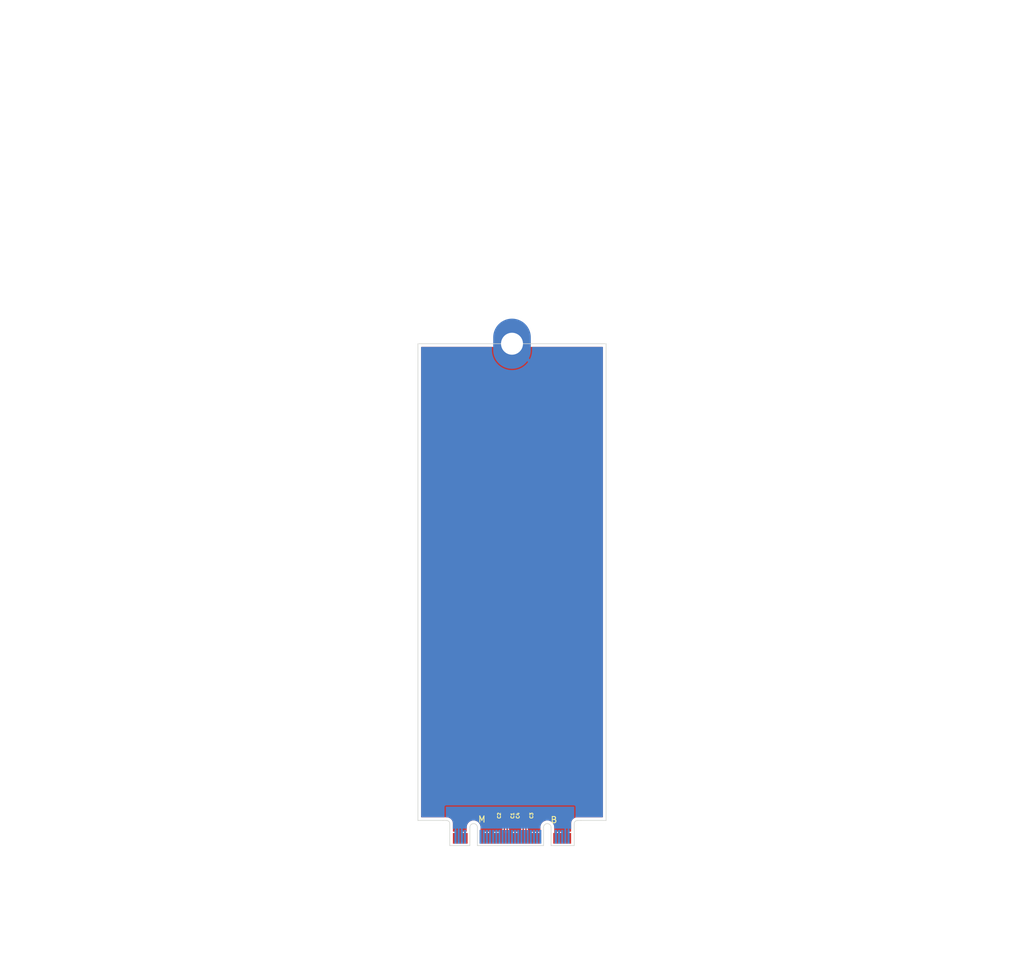
<source format=kicad_pcb>
(kicad_pcb (version 20241229) (generator "pcbnew") (generator_version "9.0")
  (layers (0 "F.Cu" signal) (2 "B.Cu" signal) (13 "F.Paste" user) (15 "B.Paste" user) (5 "F.SilkS" user "F.Silkscreen") (7 "B.SilkS" user "B.Silkscreen") (1 "F.Mask" user) (3 "B.Mask" user) (25 "Edge.Cuts" user))
  (net 0 "")
  (net 1 "/M.2 B+M Key/PET0N")
  (net 2 "/M.2 B+M Key/PET1N")
  (net 3 "/M.2 B+M Key/PET1P")
  (net 4 "/M.2 B+M Key/PET0P")
  (net 5 "/PET0+")
  (net 6 "GND")
  (net 7 "/PET1-")
  (net 8 "/PET1+")
  (net 9 "/CONFIG_3")
  (net 10 "+3.3V")
  (net 11 "/FULL_CARD_PWR_OFF#")
  (net 12 "/USB_D+")
  (net 13 "/W_DISABLE1#")
  (net 14 "/USB_D-")
  (net 15 "/GPIO_9{slash}LED#1")
  (net 16 "/GPIO_5")
  (net 17 "/CONFIG_0")
  (net 18 "/GPIO_6")
  (net 19 "/DPR")
  (net 20 "/GPIO_7")
  (net 21 "/GPIO_11")
  (net 22 "/GPIO_10")
  (net 23 "/GPIO_8")
  (net 24 "/UIM-RESET")
  (net 25 "/UIM-CLK")
  (net 26 "/UIM-DATA")
  (net 27 "/PER1-")
  (net 28 "/UIM-PWR")
  (net 29 "/PER1+")
  (net 30 "/DEVSLP")
  (net 31 "/GPIO_0")
  (net 32 "/GPIO_1")
  (net 33 "/GPIO_2")
  (net 34 "/GPIO_3")
  (net 35 "/PER0-")
  (net 36 "/GPIO_4")
  (net 37 "/PER0+")
  (net 38 "/PERST#")
  (net 39 "/CLKREQ#")
  (net 40 "/REFCLK-")
  (net 41 "/PEWAKE#")
  (net 42 "/REFCLK+")
  (net 45 "/RESET#")
  (net 46 "/SUSCLK")
  (net 47 "/CONFIG_1")
  (net 48 "/CONFIG_2")
  (net 49 "/PET0-")
  (footprint "Capacitor_SMD:C_0201_0603Metric" (layer "F.Cu") (at 108.41 153.57 90)
    (property "Reference" "C2" (at 0 -0.7 90) (layer "F.SilkS") (effects (font (size 0.5 0.5))))
    (property "Value" "220nF")
    (pad "1" smd roundrect (at -0.32 0 90) (size 0.46 0.4) (layers "F.Cu" "F.Mask") (net 4 "/M.2 B+M Key/PET0P"))
    (pad "2" smd roundrect (at 0.32 0 90) (size 0.46 0.4) (layers "F.Cu" "F.Mask") (net 5 "/PET0+"))
  )
  (footprint "Capacitor_SMD:C_0201_0603Metric" (layer "F.Cu") (at 109.11 153.57 90)
    (property "Reference" "C1" (at 0 0.73 90) (layer "F.SilkS") (effects (font (size 0.5 0.5))))
    (property "Value" "220nF")
    (pad "1" smd roundrect (at -0.32 0 90) (size 0.46 0.4) (layers "F.Cu" "F.Mask") (net 1 "/M.2 B+M Key/PET0N"))
    (pad "2" smd roundrect (at 0.32 0 90) (size 0.46 0.4) (layers "F.Cu" "F.Mask") (net 49 "/PET0-"))
  )
  (footprint "PCIexpress:M.2 B+M Key Connector" (layer "F.Cu") (at 109.76 157.23)
    (property "Reference" "J1")
    (property "Value" "~")
    (fp_line (start -11 -2.89) (end -10.425 -2.89) (stroke (width 0.1)) (layer "Edge.Cuts"))
    (fp_line (start -9.925 -2.39) (end -9.925 1.11) (stroke (width 0.1)) (layer "Edge.Cuts"))
    (fp_line (start -6.72 -1.79) (end -6.72 1.11) (stroke (width 0.1)) (layer "Edge.Cuts"))
    (fp_line (start -6.72 1.11) (end -9.925 1.11) (stroke (width 0.1)) (layer "Edge.Cuts"))
    (fp_line (start -5.52 -1.79) (end -5.52 1.11) (stroke (width 0.1)) (layer "Edge.Cuts"))
    (fp_line (start -5.52 1.11) (end 5.03 1.11) (stroke (width 0.1)) (layer "Edge.Cuts"))
    (fp_line (start 5.03 -1.79) (end 5.03 1.11) (stroke (width 0.1)) (layer "Edge.Cuts"))
    (fp_line (start 6.23 -1.79) (end 6.23 1.11) (stroke (width 0.1)) (layer "Edge.Cuts"))
    (fp_line (start 6.23 1.11) (end 9.925 1.11) (stroke (width 0.1)) (layer "Edge.Cuts"))
    (fp_line (start 9.925 -2.39) (end 9.925 1.11) (stroke (width 0.1)) (layer "Edge.Cuts"))
    (fp_line (start 10.425 -2.89) (end 11 -2.89) (stroke (width 0.1)) (layer "Edge.Cuts"))
    (fp_arc (start -10.425 -2.89) (mid -10.071447 -2.743553) (end -9.925 -2.39) (stroke (width 0.1)) (layer "Edge.Cuts"))
    (fp_arc (start -6.72 -1.79) (mid -6.12 -2.39) (end -5.52 -1.79) (stroke (width 0.1)) (layer "Edge.Cuts"))
    (fp_arc (start 5.03 -1.79) (mid 5.63 -2.39) (end 6.23 -1.79) (stroke (width 0.1)) (layer "Edge.Cuts"))
    (fp_arc (start 9.925 -2.39) (mid 10.071447 -2.743553) (end 10.425 -2.89) (stroke (width 0.1)) (layer "Edge.Cuts"))
    (fp_text user "B" (at 6.085 -2.395 0) (layer "F.SilkS") (effects (justify left bottom)))
    (fp_text user "M" (at -5.475 -2.49 0) (layer "F.SilkS") (effects (justify left bottom)))
    (pad "1" smd rect (at 9.25 -0.04 180) (size 0.35 1.7) (layers "F.Cu") (net 9 "/CONFIG_3"))
    (pad "2" smd rect (at 9 -0.29 180) (size 0.35 2.2) (layers "B.Cu") (net 10 "+3.3V"))
    (pad "3" smd rect (at 8.75 -0.04 180) (size 0.35 1.7) (layers "F.Cu") (net 6 "GND"))
    (pad "4" smd rect (at 8.5 -0.29 180) (size 0.35 2.2) (layers "B.Cu") (net 10 "+3.3V"))
    (pad "5" smd rect (at 8.25 -0.04 180) (size 0.35 1.7) (layers "F.Cu") (net 6 "GND"))
    (pad "6" smd rect (at 8 -0.29 180) (size 0.35 2.2) (layers "B.Cu") (net 11 "/FULL_CARD_PWR_OFF#"))
    (pad "7" smd rect (at 7.75 -0.04 180) (size 0.35 1.7) (layers "F.Cu") (net 12 "/USB_D+"))
    (pad "8" smd rect (at 7.5 -0.29 180) (size 0.35 2.2) (layers "B.Cu") (net 13 "/W_DISABLE1#"))
    (pad "9" smd rect (at 7.25 -0.04 180) (size 0.35 1.7) (layers "F.Cu") (net 14 "/USB_D-"))
    (pad "10" smd rect (at 7 -0.29 180) (size 0.35 2.2) (layers "B.Cu") (net 15 "/GPIO_9{slash}LED#1"))
    (pad "11" smd rect (at 6.75 -0.04 180) (size 0.35 1.7) (layers "F.Cu") (net 6 "GND"))
    (pad "20" smd rect (at 4.5 -0.29 180) (size 0.35 2.2) (layers "B.Cu") (net 16 "/GPIO_5"))
    (pad "21" smd rect (at 4.25 -0.04 180) (size 0.35 1.7) (layers "F.Cu") (net 17 "/CONFIG_0"))
    (pad "22" smd rect (at 4 -0.29 180) (size 0.35 2.2) (layers "B.Cu") (net 18 "/GPIO_6"))
    (pad "23" smd rect (at 3.75 -0.04 180) (size 0.35 1.7) (layers "F.Cu") (net 19 "/DPR"))
    (pad "24" smd rect (at 3.5 -0.29 180) (size 0.35 2.2) (layers "B.Cu") (net 20 "/GPIO_7"))
    (pad "25" smd rect (at 3.25 -0.04 180) (size 0.35 1.7) (layers "F.Cu") (net 21 "/GPIO_11"))
    (pad "26" smd rect (at 3 -0.29 180) (size 0.35 2.2) (layers "B.Cu") (net 22 "/GPIO_10"))
    (pad "27" smd rect (at 2.75 -0.04 180) (size 0.35 1.7) (layers "F.Cu") (net 6 "GND"))
    (pad "28" smd rect (at 2.5 -0.29 180) (size 0.35 2.2) (layers "B.Cu") (net 23 "/GPIO_8"))
    (pad "29" smd rect (at 2.25 -0.04 180) (size 0.35 1.7) (layers "F.Cu") (net 2 "/M.2 B+M Key/PET1N"))
    (pad "30" smd rect (at 2 -0.29 180) (size 0.35 2.2) (layers "B.Cu") (net 24 "/UIM-RESET"))
    (pad "31" smd rect (at 1.75 -0.04 180) (size 0.35 1.7) (layers "F.Cu") (net 3 "/M.2 B+M Key/PET1P"))
    (pad "32" smd rect (at 1.5 -0.29 180) (size 0.35 2.2) (layers "B.Cu") (net 25 "/UIM-CLK"))
    (pad "33" smd rect (at 1.25 -0.04 180) (size 0.35 1.7) (layers "F.Cu") (net 6 "GND"))
    (pad "34" smd rect (at 1 -0.29 180) (size 0.35 2.2) (layers "B.Cu") (net 26 "/UIM-DATA"))
    (pad "35" smd rect (at 0.75 -0.04 180) (size 0.35 1.7) (layers "F.Cu") (net 27 "/PER1-"))
    (pad "36" smd rect (at 0.5 -0.29 180) (size 0.35 2.2) (layers "B.Cu") (net 28 "/UIM-PWR"))
    (pad "37" smd rect (at 0.25 -0.04 180) (size 0.35 1.7) (layers "F.Cu") (net 29 "/PER1+"))
    (pad "38" smd rect (at 0 -0.29 180) (size 0.35 2.2) (layers "B.Cu") (net 30 "/DEVSLP"))
    (pad "39" smd rect (at -0.25 -0.04 180) (size 0.35 1.7) (layers "F.Cu") (net 6 "GND"))
    (pad "40" smd rect (at -0.5 -0.29 180) (size 0.35 2.2) (layers "B.Cu") (net 31 "/GPIO_0"))
    (pad "41" smd rect (at -0.75 -0.04 180) (size 0.35 1.7) (layers "F.Cu") (net 1 "/M.2 B+M Key/PET0N"))
    (pad "42" smd rect (at -1 -0.29 180) (size 0.35 2.2) (layers "B.Cu") (net 32 "/GPIO_1"))
    (pad "43" smd rect (at -1.25 -0.04 180) (size 0.35 1.7) (layers "F.Cu") (net 4 "/M.2 B+M Key/PET0P"))
    (pad "44" smd rect (at -1.5 -0.29 180) (size 0.35 2.2) (layers "B.Cu") (net 33 "/GPIO_2"))
    (pad "45" smd rect (at -1.75 -0.04 180) (size 0.35 1.7) (layers "F.Cu") (net 6 "GND"))
    (pad "46" smd rect (at -2 -0.29 180) (size 0.35 2.2) (layers "B.Cu") (net 34 "/GPIO_3"))
    (pad "47" smd rect (at -2.25 -0.04 180) (size 0.35 1.7) (layers "F.Cu") (net 35 "/PER0-"))
    (pad "48" smd rect (at -2.5 -0.29 180) (size 0.35 2.2) (layers "B.Cu") (net 36 "/GPIO_4"))
    (pad "49" smd rect (at -2.75 -0.04 180) (size 0.35 1.7) (layers "F.Cu") (net 37 "/PER0+"))
    (pad "50" smd rect (at -3 -0.29 180) (size 0.35 2.2) (layers "B.Cu") (net 38 "/PERST#"))
    (pad "51" smd rect (at -3.25 -0.04 180) (size 0.35 1.7) (layers "F.Cu") (net 6 "GND"))
    (pad "52" smd rect (at -3.5 -0.29 180) (size 0.35 2.2) (layers "B.Cu") (net 39 "/CLKREQ#"))
    (pad "53" smd rect (at -3.75 -0.04 180) (size 0.35 1.7) (layers "F.Cu") (net 40 "/REFCLK-"))
    (pad "54" smd rect (at -4 -0.29 180) (size 0.35 2.2) (layers "B.Cu") (net 41 "/PEWAKE#"))
    (pad "55" smd rect (at -4.25 -0.04 180) (size 0.35 1.7) (layers "F.Cu") (net 42 "/REFCLK+"))
    (pad "56" smd rect (at -4.5 -0.29 180) (size 0.35 2.2) (layers "B.Cu"))
    (pad "57" smd rect (at -4.75 -0.04 180) (size 0.35 1.7) (layers "F.Cu") (net 6 "GND"))
    (pad "58" smd rect (at -5 -0.29 180) (size 0.35 2.2) (layers "B.Cu"))
    (pad "67" smd rect (at -7.25 -0.04 180) (size 0.35 1.7) (layers "F.Cu") (net 45 "/RESET#"))
    (pad "68" smd rect (at -7.5 -0.29 180) (size 0.35 2.2) (layers "B.Cu") (net 46 "/SUSCLK"))
    (pad "69" smd rect (at -7.75 -0.04 180) (size 0.35 1.7) (layers "F.Cu") (net 47 "/CONFIG_1"))
    (pad "70" smd rect (at -8 -0.29 180) (size 0.35 2.2) (layers "B.Cu") (net 10 "+3.3V"))
    (pad "71" smd rect (at -8.25 -0.04 180) (size 0.35 1.7) (layers "F.Cu") (net 6 "GND"))
    (pad "72" smd rect (at -8.5 -0.29 180) (size 0.35 2.2) (layers "B.Cu") (net 10 "+3.3V"))
    (pad "73" smd rect (at -8.75 -0.04 180) (size 0.35 1.7) (layers "F.Cu") (net 6 "GND"))
    (pad "74" smd rect (at -9 -0.29 180) (size 0.35 2.2) (layers "B.Cu") (net 10 "+3.3V"))
    (pad "75" smd rect (at -9.25 -0.04 180) (size 0.35 1.7) (layers "F.Cu") (net 48 "/CONFIG_2"))
  )
  (footprint "Athena KiCAd library:M.2 Mounting Pad" (layer "F.Cu") (at 109.76 78.34)
    (property "Reference" "H1")
    (property "Value" "MountingHole_Pad")
    (pad "1" thru_hole circle (at 0 0) (size 5.5 5.5) (drill 3.5) (property pad_prop_castellated) (layers "*.Cu" "*.Mask") (net 6 "GND") (padstack (mode front_inner_back) (layer "Inner" (shape circle) (size 5.5 5.5)) (layer "B.Cu" (shape oval) (size 6 8))))
  )
  (footprint "Capacitor_SMD:C_0201_0603Metric" (layer "F.Cu") (at 112.11 153.57 90)
    (property "Reference" "C3" (at 0 0.75 90) (layer "F.SilkS") (effects (font (size 0.5 0.5))))
    (property "Value" "220nF")
    (pad "1" smd roundrect (at -0.32 0 90) (size 0.46 0.4) (layers "F.Cu" "F.Mask") (net 2 "/M.2 B+M Key/PET1N"))
    (pad "2" smd roundrect (at 0.32 0 90) (size 0.46 0.4) (layers "F.Cu" "F.Mask") (net 7 "/PET1-"))
  )
  (footprint "Capacitor_SMD:C_0201_0603Metric" (layer "F.Cu") (at 111.41 153.57 90)
    (property "Reference" "C4" (at 0 -0.71 90) (layer "F.SilkS") (effects (font (size 0.5 0.5))))
    (property "Value" "220nF")
    (pad "1" smd roundrect (at -0.32 0 90) (size 0.46 0.4) (layers "F.Cu" "F.Mask") (net 3 "/M.2 B+M Key/PET1P"))
    (pad "2" smd roundrect (at 0.32 0 90) (size 0.46 0.4) (layers "F.Cu" "F.Mask") (net 8 "/PET1+"))
  )
  (gr_line (start 94.76 78.34) (end 94.76 154.34) (stroke (width 0.1)) (layer "Edge.Cuts"))
  (gr_line (start 120.76 154.34) (end 124.76 154.34) (stroke (width 0.1)) (layer "Edge.Cuts"))
  (gr_line (start 98.76 154.34) (end 94.76 154.34) (stroke (width 0.1)) (layer "Edge.Cuts"))
  (gr_line (start 124.76 154.34) (end 124.76 78.34) (stroke (width 0.1)) (layer "Edge.Cuts"))
  (gr_line (start 124.76 78.34) (end 94.76 78.34) (stroke (width 0.1)) (layer "Edge.Cuts"))
  (segment (start 109.11 154.235001) (end 109.11 153.89) (width 0.2) (layer "F.Cu") (net 1))
  (segment (start 108.985 155.889999) (end 108.985 154.360001) (width 0.2) (layer "F.Cu") (net 1))
  (segment (start 109.01 155.914999) (end 108.985 155.889999) (width 0.2) (layer "F.Cu") (net 1))
  (segment (start 108.985 154.360001) (end 109.11 154.235001) (width 0.2) (layer "F.Cu") (net 1))
  (segment (start 109.01 157.19) (end 109.01 155.914999) (width 0.2) (layer "F.Cu") (net 1))
  (segment (start 111.985 154.360001) (end 112.11 154.235001) (width 0.2) (layer "F.Cu") (net 2))
  (segment (start 111.985 155.889999) (end 111.985 154.360001) (width 0.2) (layer "F.Cu") (net 2))
  (segment (start 112.01 155.914999) (end 111.985 155.889999) (width 0.2) (layer "F.Cu") (net 2))
  (segment (start 112.01 157.19) (end 112.01 155.914999) (width 0.2) (layer "F.Cu") (net 2))
  (segment (start 112.11 154.235001) (end 112.11 153.89) (width 0.2) (layer "F.Cu") (net 2))
  (segment (start 111.535 155.889999) (end 111.535 154.360001) (width 0.2) (layer "F.Cu") (net 3))
  (segment (start 111.535 154.360001) (end 111.41 154.235001) (width 0.2) (layer "F.Cu") (net 3))
  (segment (start 111.51 157.19) (end 111.51 155.914999) (width 0.2) (layer "F.Cu") (net 3))
  (segment (start 111.51 155.914999) (end 111.535 155.889999) (width 0.2) (layer "F.Cu") (net 3))
  (segment (start 111.41 154.235001) (end 111.41 153.89) (width 0.2) (layer "F.Cu") (net 3))
  (segment (start 108.51 157.19) (end 108.51 155.914999) (width 0.2) (layer "F.Cu") (net 4))
  (segment (start 108.535 154.360001) (end 108.41 154.235001) (width 0.2) (layer "F.Cu") (net 4))
  (segment (start 108.535 155.889999) (end 108.535 154.360001) (width 0.2) (layer "F.Cu") (net 4))
  (segment (start 108.41 154.235001) (end 108.41 153.89) (width 0.2) (layer "F.Cu") (net 4))
  (segment (start 108.51 155.914999) (end 108.535 155.889999) (width 0.2) (layer "F.Cu") (net 4))
  (zone (net 6) (net_name "GND") (layers "F.Cu" "B.Cu") (connect_pads (clearance 0.2)) (min_thickness 0.15) (fill yes (thermal_gap 0.2) (thermal_bridge_width 0.5))
    (polygon (pts (xy 124.76 156.73) (xy 124.76 48.34) (xy 94.76 48.34) (xy 94.76 156.73)))
  )
  (zone (net 10) (net_name "+3.3V") (layer "B.Cu") (priority 1) (connect_pads (clearance 0.2)) (min_thickness 0.1) (fill yes (thermal_gap 0.2) (thermal_bridge_width 0.25))
    (polygon (pts (xy 119.68 156.52) (xy 119.68 152.155) (xy 119.665 152.14) (xy 99.21 152.14) (xy 99.21 156.77) (xy 119.43 156.77)))
  )
)
</source>
